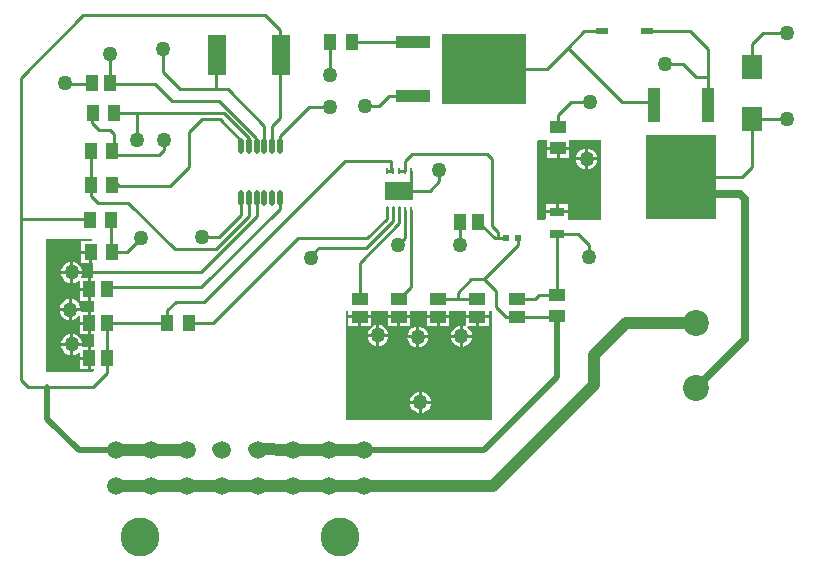
<source format=gtl>
G04*
G04 #@! TF.GenerationSoftware,Altium Limited,Altium Designer,19.0.15 (446)*
G04*
G04 Layer_Physical_Order=1*
G04 Layer_Color=255*
%FSLAX25Y25*%
%MOIN*%
G70*
G01*
G75*
%ADD14C,0.01000*%
%ADD15R,0.28347X0.23819*%
%ADD16R,0.11811X0.03937*%
%ADD17R,0.04134X0.02362*%
%ADD18R,0.05315X0.04331*%
%ADD19R,0.04331X0.05315*%
%ADD20R,0.05118X0.02756*%
%ADD21O,0.01968X0.05315*%
%ADD22R,0.03937X0.05512*%
%ADD23R,0.00984X0.02165*%
%ADD24R,0.09449X0.06299*%
%ADD25R,0.05512X0.03937*%
%ADD26R,0.03937X0.11811*%
%ADD27R,0.23819X0.28347*%
%ADD28R,0.07087X0.08268*%
%ADD29R,0.06299X0.13780*%
%ADD30R,0.02362X0.01968*%
%ADD52C,0.01968*%
%ADD53C,0.03937*%
%ADD54C,0.02500*%
%ADD55C,0.08661*%
%ADD56C,0.05906*%
%ADD57C,0.12992*%
%ADD58C,0.05000*%
G36*
X74103Y119100D02*
X73763Y118618D01*
X70457D01*
Y115461D01*
X73622D01*
Y114961D01*
X74122D01*
Y111303D01*
X74483D01*
X74525Y106719D01*
X74173Y106364D01*
X73722D01*
Y102608D01*
Y98852D01*
X74597D01*
X74628Y95450D01*
X74276Y95095D01*
X73728D01*
Y91339D01*
Y87583D01*
X74700D01*
X74735Y83836D01*
X74383Y83480D01*
X73722D01*
Y79724D01*
Y75969D01*
X74610D01*
X74697Y75598D01*
X74354Y75197D01*
X58661D01*
Y106693D01*
Y119291D01*
X74024D01*
X74103Y119100D01*
D02*
G37*
G36*
X207465Y59055D02*
X158661D01*
Y95323D01*
X159537D01*
Y94004D01*
X163293D01*
X167049D01*
Y95323D01*
X172622D01*
Y94004D01*
X176378D01*
X180134D01*
Y95323D01*
X185730D01*
Y94004D01*
X189486D01*
X193242D01*
Y95323D01*
X198827D01*
Y94004D01*
X202583D01*
X206339D01*
Y95323D01*
X207465D01*
Y59055D01*
D02*
G37*
G36*
X225870Y152228D02*
Y150106D01*
X233185D01*
Y152228D01*
X243701D01*
Y125850D01*
X233063Y125850D01*
X232693Y126165D01*
X232693Y126350D01*
Y128043D01*
X229134D01*
X225575D01*
Y126350D01*
X225205Y125850D01*
X222441D01*
Y151728D01*
X222698Y152228D01*
X225870D01*
D02*
G37*
%LPC*%
G36*
X73122Y114461D02*
X70457D01*
Y111303D01*
X73122D01*
Y114461D01*
D02*
G37*
G36*
X67823Y111732D02*
Y108768D01*
X70787D01*
X70733Y109181D01*
X70380Y110033D01*
X69819Y110764D01*
X69088Y111325D01*
X68237Y111678D01*
X67823Y111732D01*
D02*
G37*
G36*
X66823D02*
X66409Y111678D01*
X65558Y111325D01*
X64827Y110764D01*
X64266Y110033D01*
X63913Y109181D01*
X63858Y108768D01*
X66823D01*
Y111732D01*
D02*
G37*
G36*
Y107768D02*
X63858D01*
X63913Y107354D01*
X64266Y106503D01*
X64827Y105772D01*
X65558Y105210D01*
X66409Y104858D01*
X66823Y104803D01*
Y107768D01*
D02*
G37*
G36*
X70787D02*
X67823D01*
Y104803D01*
X68237Y104858D01*
X69088Y105210D01*
X69754Y105721D01*
X70254Y105601D01*
Y103108D01*
X72722D01*
Y106364D01*
X70864D01*
X70530Y106864D01*
X70733Y107354D01*
X70787Y107768D01*
D02*
G37*
G36*
X72722Y102108D02*
X70254D01*
Y98852D01*
X72722D01*
Y102108D01*
D02*
G37*
G36*
X67323Y99315D02*
Y96350D01*
X70287D01*
X70233Y96764D01*
X69880Y97615D01*
X69319Y98347D01*
X68588Y98908D01*
X67737Y99260D01*
X67323Y99315D01*
D02*
G37*
G36*
X66323D02*
X65909Y99260D01*
X65058Y98908D01*
X64327Y98347D01*
X63766Y97615D01*
X63413Y96764D01*
X63358Y96350D01*
X66323D01*
Y99315D01*
D02*
G37*
G36*
Y95350D02*
X63358D01*
X63413Y94937D01*
X63766Y94085D01*
X64327Y93354D01*
X65058Y92793D01*
X65909Y92440D01*
X66323Y92386D01*
Y95350D01*
D02*
G37*
G36*
X70533D02*
X67323D01*
Y92386D01*
X67737Y92440D01*
X68588Y92793D01*
X69319Y93354D01*
X69760Y93929D01*
X70260Y93759D01*
Y91839D01*
X72728D01*
Y95095D01*
X70758D01*
X70533Y95350D01*
D02*
G37*
G36*
X72728Y90839D02*
X70260D01*
Y87583D01*
X72728D01*
Y90839D01*
D02*
G37*
G36*
X67823Y87716D02*
Y84752D01*
X70787D01*
X70733Y85166D01*
X70380Y86017D01*
X69819Y86748D01*
X69088Y87309D01*
X68237Y87662D01*
X67823Y87716D01*
D02*
G37*
G36*
X66823D02*
X66409Y87662D01*
X65558Y87309D01*
X64827Y86748D01*
X64266Y86017D01*
X63913Y85166D01*
X63858Y84752D01*
X66823D01*
Y87716D01*
D02*
G37*
G36*
Y83752D02*
X63858D01*
X63913Y83338D01*
X64266Y82487D01*
X64827Y81756D01*
X65558Y81195D01*
X66409Y80842D01*
X66823Y80788D01*
Y83752D01*
D02*
G37*
G36*
X70892D02*
X67823D01*
Y80788D01*
X68237Y80842D01*
X69088Y81195D01*
X69754Y81706D01*
X70254Y81585D01*
Y80224D01*
X72722D01*
Y83480D01*
X71131D01*
X70892Y83752D01*
D02*
G37*
G36*
X72722Y79224D02*
X70254D01*
Y75969D01*
X72722D01*
Y79224D01*
D02*
G37*
G36*
X206339Y93004D02*
X203083D01*
Y90535D01*
X206339D01*
Y93004D01*
D02*
G37*
G36*
X193242D02*
X189986D01*
Y90535D01*
X193242D01*
Y93004D01*
D02*
G37*
G36*
X188986D02*
X185730D01*
Y90535D01*
X188986D01*
Y93004D01*
D02*
G37*
G36*
X180134D02*
X176878D01*
Y90535D01*
X180134D01*
Y93004D01*
D02*
G37*
G36*
X175878D02*
X172622D01*
Y90535D01*
X175878D01*
Y93004D01*
D02*
G37*
G36*
X167049D02*
X163793D01*
Y90535D01*
X167049D01*
Y93004D01*
D02*
G37*
G36*
X162793D02*
X159537D01*
Y90535D01*
X162793D01*
Y93004D01*
D02*
G37*
G36*
X202083D02*
X198827D01*
Y90833D01*
X198827Y90682D01*
X198639Y90509D01*
X198158Y90418D01*
X197744Y90472D01*
Y87508D01*
X200709D01*
X200654Y87922D01*
X200301Y88773D01*
X199740Y89504D01*
X199048Y90035D01*
X199047Y90091D01*
X199366Y90535D01*
X202083D01*
Y93004D01*
D02*
G37*
G36*
X169925Y90716D02*
Y87752D01*
X172890D01*
X172835Y88165D01*
X172482Y89017D01*
X171921Y89748D01*
X171190Y90309D01*
X170339Y90662D01*
X169925Y90716D01*
D02*
G37*
G36*
X168925D02*
X168511Y90662D01*
X167660Y90309D01*
X166929Y89748D01*
X166368Y89017D01*
X166015Y88165D01*
X165961Y87752D01*
X168925D01*
Y90716D01*
D02*
G37*
G36*
X196744Y90472D02*
X196330Y90418D01*
X195479Y90065D01*
X194748Y89504D01*
X194187Y88773D01*
X193834Y87922D01*
X193780Y87508D01*
X196744D01*
Y90472D01*
D02*
G37*
G36*
X183177Y90213D02*
Y87248D01*
X186142D01*
X186087Y87662D01*
X185734Y88513D01*
X185173Y89244D01*
X184442Y89805D01*
X183591Y90158D01*
X183177Y90213D01*
D02*
G37*
G36*
X182177D02*
X181764Y90158D01*
X180912Y89805D01*
X180181Y89244D01*
X179620Y88513D01*
X179267Y87662D01*
X179213Y87248D01*
X182177D01*
Y90213D01*
D02*
G37*
G36*
X172890Y86752D02*
X169925D01*
Y83787D01*
X170339Y83842D01*
X171190Y84195D01*
X171921Y84756D01*
X172482Y85487D01*
X172835Y86338D01*
X172890Y86752D01*
D02*
G37*
G36*
X168925D02*
X165961D01*
X166015Y86338D01*
X166368Y85487D01*
X166929Y84756D01*
X167660Y84195D01*
X168511Y83842D01*
X168925Y83787D01*
Y86752D01*
D02*
G37*
G36*
X200709Y86508D02*
X197744D01*
Y83543D01*
X198158Y83598D01*
X199009Y83951D01*
X199740Y84512D01*
X200301Y85243D01*
X200654Y86094D01*
X200709Y86508D01*
D02*
G37*
G36*
X196744D02*
X193780D01*
X193834Y86094D01*
X194187Y85243D01*
X194748Y84512D01*
X195479Y83951D01*
X196330Y83598D01*
X196744Y83543D01*
Y86508D01*
D02*
G37*
G36*
X186142Y86248D02*
X183177D01*
Y83284D01*
X183591Y83338D01*
X184442Y83691D01*
X185173Y84252D01*
X185734Y84983D01*
X186087Y85834D01*
X186142Y86248D01*
D02*
G37*
G36*
X182177D02*
X179213D01*
X179267Y85834D01*
X179620Y84983D01*
X180181Y84252D01*
X180912Y83691D01*
X181764Y83338D01*
X182177Y83284D01*
Y86248D01*
D02*
G37*
G36*
X184091Y68425D02*
Y65461D01*
X187055D01*
X187001Y65874D01*
X186648Y66726D01*
X186087Y67457D01*
X185356Y68018D01*
X184504Y68370D01*
X184091Y68425D01*
D02*
G37*
G36*
X183091D02*
X182677Y68370D01*
X181826Y68018D01*
X181095Y67457D01*
X180534Y66726D01*
X180181Y65874D01*
X180127Y65461D01*
X183091D01*
Y68425D01*
D02*
G37*
G36*
X187055Y64461D02*
X184091D01*
Y61496D01*
X184504Y61551D01*
X185356Y61903D01*
X186087Y62464D01*
X186648Y63196D01*
X187001Y64047D01*
X187055Y64461D01*
D02*
G37*
G36*
X183091D02*
X180127D01*
X180181Y64047D01*
X180534Y63196D01*
X181095Y62464D01*
X181826Y61903D01*
X182677Y61551D01*
X183091Y61496D01*
Y64461D01*
D02*
G37*
G36*
X239476Y149527D02*
Y146563D01*
X242441D01*
X242386Y146977D01*
X242034Y147828D01*
X241473Y148559D01*
X240741Y149120D01*
X239890Y149473D01*
X239476Y149527D01*
D02*
G37*
G36*
X238476D02*
X238063Y149473D01*
X237211Y149120D01*
X236480Y148559D01*
X235919Y147828D01*
X235566Y146977D01*
X235512Y146563D01*
X238476D01*
Y149527D01*
D02*
G37*
G36*
X233185Y149106D02*
X230028D01*
Y146441D01*
X233185D01*
Y149106D01*
D02*
G37*
G36*
X229028D02*
X225870D01*
Y146441D01*
X229028D01*
Y149106D01*
D02*
G37*
G36*
X242441Y145563D02*
X239476D01*
Y142599D01*
X239890Y142653D01*
X240741Y143006D01*
X241473Y143567D01*
X242034Y144298D01*
X242386Y145149D01*
X242441Y145563D01*
D02*
G37*
G36*
X238476D02*
X235512D01*
X235566Y145149D01*
X235919Y144298D01*
X236480Y143567D01*
X237211Y143006D01*
X238063Y142653D01*
X238476Y142599D01*
Y145563D01*
D02*
G37*
G36*
X232693Y130921D02*
X229634D01*
Y129043D01*
X232693D01*
Y130921D01*
D02*
G37*
G36*
X228634D02*
X225575D01*
Y129043D01*
X228634D01*
Y130921D01*
D02*
G37*
%LPD*%
D14*
X291929Y177756D02*
X294094Y179921D01*
X174417Y125392D02*
Y129921D01*
X223031Y100787D02*
X229134D01*
X221654Y99410D02*
X223031Y100787D01*
X215679Y99410D02*
X221654D01*
X204724Y105905D02*
X208661Y101969D01*
X228937Y93504D02*
X229134D01*
X216142Y117323D02*
Y119629D01*
X204724Y105905D02*
X216142Y117323D01*
X200520Y105905D02*
X204724D01*
X196034Y101420D02*
X200520Y105905D01*
X196034Y99410D02*
Y101420D01*
X163293Y111440D02*
X176417Y124564D01*
X163293Y99410D02*
Y111440D01*
X114307Y91339D02*
X142597Y119629D01*
X106299Y90839D02*
X106799Y91339D01*
X106299D02*
X106799D01*
X114307D01*
X172417Y126221D02*
Y129921D01*
X142597Y119629D02*
X165826D01*
X136713Y180709D02*
Y188976D01*
X99213Y91333D02*
Y95591D01*
X101969Y98347D02*
X111339D01*
X79128Y91333D02*
X98719D01*
X99213Y95591D02*
X101969Y98347D01*
X99213Y90839D02*
Y91333D01*
X98719D02*
X99213Y90839D01*
X173622Y141929D02*
Y145276D01*
X136713Y159718D02*
Y180709D01*
X72185Y125984D02*
X73622Y127421D01*
X74213Y158008D02*
Y162047D01*
X79992Y155772D02*
X81299Y154465D01*
X76448Y155772D02*
X79992D01*
X74213Y158008D02*
X76448Y155772D01*
X81299Y150492D02*
Y154465D01*
X98032Y148945D02*
Y152362D01*
X96330Y147244D02*
X98032Y148945D01*
X82402Y147244D02*
X96330D01*
X80911Y148734D02*
X82402Y147244D01*
X88976Y161236D02*
X118059D01*
X82307D02*
X88976D01*
Y152362D02*
Y161236D01*
X306299Y159843D02*
X306693Y159449D01*
X82126Y161417D02*
X82307Y161236D01*
X81496Y162047D02*
X82126Y161417D01*
X81496D02*
X82126D01*
X297828Y188189D02*
X305906D01*
X294094Y184455D02*
X297828Y188189D01*
X294094Y179921D02*
Y184455D01*
X238189Y188583D02*
X243209D01*
X232685Y183079D02*
X238189Y188583D01*
X232685Y183079D02*
X250803Y164961D01*
X233773D02*
X240158D01*
X229528Y160715D02*
X233773Y164961D01*
X229528Y156693D02*
Y160715D01*
X239764Y113293D02*
Y117551D01*
X236252Y121063D02*
X239764Y117551D01*
X229134Y121063D02*
X236252D01*
X50394Y125984D02*
Y173110D01*
Y72441D02*
Y125984D01*
X72185D01*
X80118Y171817D02*
Y181102D01*
X79325Y171024D02*
X80118Y171817D01*
X65197Y171024D02*
X73419D01*
X64961Y171260D02*
X65197Y171024D01*
X115453Y169291D02*
X119462D01*
X131595Y157159D01*
X100787Y165354D02*
X116500D01*
X126291Y150677D02*
X126476Y150492D01*
X126291Y150677D02*
Y153004D01*
X196034Y99410D02*
X202583D01*
X305906Y159449D02*
Y159449D01*
X294094D02*
X305906D01*
X305906D02*
X306299Y159843D01*
X305906Y159449D02*
X306693D01*
X279449Y163976D02*
Y173327D01*
X275492D02*
X279449D01*
X271260Y177559D02*
X275492Y173327D01*
X264961Y177559D02*
X271260D01*
X196788Y117386D02*
X196850Y117323D01*
X196788Y117386D02*
Y125197D01*
X215679Y93504D02*
X228937D01*
X116142Y49291D02*
X117530Y49250D01*
X59055Y70079D02*
X74410D01*
X52756D02*
X59055D01*
X105709Y37087D02*
X117520D01*
X93898D02*
X105709D01*
X117520D02*
X129331D01*
X116142Y49291D02*
X117520Y48898D01*
X294094Y143504D02*
Y159449D01*
X290748Y140157D02*
X294094Y143504D01*
X270472Y140157D02*
X290748D01*
X279449Y173327D02*
Y182677D01*
X273543Y188583D02*
X279449Y182677D01*
X259154Y188583D02*
X273543D01*
X260512Y164961D02*
X261496Y163976D01*
X250803Y164961D02*
X260512D01*
X225669Y176063D02*
X232685Y183079D01*
X204921Y176063D02*
X225669D01*
X169921Y163779D02*
X173228Y167087D01*
X164961Y163779D02*
X169921D01*
X80709Y123622D02*
Y127421D01*
X136713Y153642D02*
X146457Y163386D01*
X136713Y150492D02*
Y153642D01*
X146457Y163386D02*
X153543D01*
X103543Y169291D02*
X115453D01*
X97638Y175197D02*
X103543Y169291D01*
X115453D02*
Y179921D01*
X97638Y175197D02*
Y182677D01*
X173228Y167087D02*
X181102D01*
X160630Y185039D02*
X181102D01*
X180709Y147638D02*
X205732D01*
X178362Y145291D02*
X180709Y147638D01*
X205732D02*
X207425Y145946D01*
X209449Y119629D02*
X212205D01*
X208268D02*
X209449D01*
Y121598D01*
X207425Y123622D02*
X209449Y121598D01*
X207425Y123622D02*
Y145946D01*
X180315Y135433D02*
X186614D01*
X180315D02*
X180354Y135472D01*
Y141929D01*
X189764Y138583D02*
Y142520D01*
X186614Y135433D02*
X189764Y138583D01*
X178362Y141929D02*
Y145291D01*
Y141929D02*
X178386D01*
X176417D02*
X178362D01*
X158268Y145276D02*
X173622D01*
X111339Y98347D02*
X158268Y145276D01*
X172480Y141929D02*
X173622D01*
X208661Y96850D02*
Y101969D01*
Y96850D02*
X212008Y93504D01*
X215679D01*
X189486Y99410D02*
X196034D01*
X228937Y93504D02*
X229134Y93701D01*
X202756Y125141D02*
X208268Y119629D01*
X175984Y117323D02*
X178386Y119724D01*
X180354Y103386D02*
Y129134D01*
X176417Y124564D02*
Y129134D01*
X165826Y119629D02*
X172417Y126221D01*
X178386Y119724D02*
Y129134D01*
X165423Y116398D02*
X174417Y125392D01*
X229134Y100787D02*
Y121063D01*
X229134Y100787D02*
X229134Y100787D01*
X147244Y114035D02*
X149606Y116398D01*
X147244Y112992D02*
Y114035D01*
X176378Y99410D02*
X180354Y103386D01*
X176417Y129134D02*
Y129921D01*
X149606Y116398D02*
X165423D01*
X79128Y79725D02*
Y91333D01*
X50394Y173110D02*
X71260Y193976D01*
X50394Y72441D02*
X52756Y70079D01*
X81299Y138780D02*
X83071Y137008D01*
X106299Y143307D02*
Y155118D01*
X100000Y137008D02*
X106299Y143307D01*
X83071Y137008D02*
X100000D01*
X215354Y100984D02*
X216142Y100197D01*
X79128Y74797D02*
Y79725D01*
X74410Y70079D02*
X79128Y74797D01*
X85827Y114961D02*
X90551Y119685D01*
X80709Y114961D02*
X85827D01*
X202953Y94528D02*
X204331D01*
X110309Y108268D02*
X128961Y126920D01*
X73481Y108268D02*
X110309D01*
X72567Y109181D02*
X73481Y108268D01*
X136638Y129551D02*
Y132972D01*
X110531Y103445D02*
X136638Y129551D01*
X80118Y103445D02*
X110531D01*
X136638Y132972D02*
X136713D01*
X110630Y159449D02*
X116634D01*
X106299Y155118D02*
X110630Y159449D01*
X123917Y127533D02*
Y132972D01*
X116463Y120079D02*
X123917Y127533D01*
X110630Y120079D02*
X116463D01*
X115291Y116079D02*
X126402Y127189D01*
X86221Y131496D02*
X101638Y116079D01*
X115291D01*
X73819Y138780D02*
Y150492D01*
X75984Y131496D02*
X86221D01*
X73825Y133656D02*
X75984Y131496D01*
X128961Y126920D02*
Y132898D01*
X129035Y132972D01*
X126402Y132898D02*
X126476Y132972D01*
X126402Y127189D02*
Y132898D01*
X73825Y133656D02*
Y137292D01*
X80506Y115163D02*
X80709Y114961D01*
X80506Y115163D02*
Y125850D01*
X153543Y174016D02*
Y185039D01*
X80118Y171024D02*
X95118D01*
X100787Y165354D01*
X134153Y150492D02*
Y157159D01*
X136713Y159718D01*
X131595Y150492D02*
Y157159D01*
X131713Y193976D02*
X136713Y188976D01*
X71260Y193976D02*
X131713D01*
X116634Y159449D02*
X123917Y152165D01*
Y150492D02*
Y152165D01*
X118059Y161236D02*
X126291Y153004D01*
X128850Y150677D02*
X129035Y150492D01*
X128850Y150677D02*
Y153004D01*
X116500Y165354D02*
X128850Y153004D01*
D15*
X204921Y176063D02*
D03*
D16*
X181102Y167087D02*
D03*
Y185039D02*
D03*
D17*
X243996Y188583D02*
D03*
X259154D02*
D03*
D18*
X229134Y93701D02*
D03*
Y100787D02*
D03*
X229528Y149606D02*
D03*
Y156693D02*
D03*
D19*
X99213Y91339D02*
D03*
X106299D02*
D03*
X153543Y185039D02*
D03*
X160630D02*
D03*
X80709Y114961D02*
D03*
X73622D02*
D03*
X73419Y125850D02*
D03*
X80506D02*
D03*
X81496Y161417D02*
D03*
X74410D02*
D03*
X80911Y137292D02*
D03*
X73825D02*
D03*
X80911Y148734D02*
D03*
X73825D02*
D03*
D20*
X229134Y121063D02*
D03*
Y128543D02*
D03*
D21*
X123917Y132972D02*
D03*
X126476D02*
D03*
X129035D02*
D03*
X131595D02*
D03*
X134153D02*
D03*
X136713D02*
D03*
X123917Y150492D02*
D03*
X126476D02*
D03*
X129035D02*
D03*
X131595D02*
D03*
X134153D02*
D03*
X136713D02*
D03*
D22*
X74213Y171260D02*
D03*
X80118D02*
D03*
X196788Y125197D02*
D03*
X202693D02*
D03*
X73222Y79725D02*
D03*
X79128D02*
D03*
X73222Y102608D02*
D03*
X79128D02*
D03*
X73228Y91339D02*
D03*
X79134D02*
D03*
D23*
X172480Y129134D02*
D03*
X174449D02*
D03*
X176417D02*
D03*
X178386D02*
D03*
X180354D02*
D03*
Y141929D02*
D03*
X178386D02*
D03*
X176417D02*
D03*
X174449D02*
D03*
X172480D02*
D03*
D24*
X176417Y135433D02*
D03*
D25*
X176378Y93504D02*
D03*
Y99410D02*
D03*
X163293Y93504D02*
D03*
Y99410D02*
D03*
X202583Y93504D02*
D03*
Y99410D02*
D03*
X189486Y93504D02*
D03*
Y99410D02*
D03*
X215679D02*
D03*
Y93504D02*
D03*
D26*
X279449Y163976D02*
D03*
X261496D02*
D03*
D27*
X270472Y140157D02*
D03*
D28*
X294094Y159449D02*
D03*
Y176772D02*
D03*
D29*
X137008Y180709D02*
D03*
X115748D02*
D03*
D30*
X212205Y119629D02*
D03*
X216142D02*
D03*
D52*
X69606Y48898D02*
X82087D01*
X164764D02*
X204803D01*
X59055Y59449D02*
X69606Y48898D01*
X229134Y73228D02*
Y93504D01*
X204803Y48898D02*
X229134Y73228D01*
X59055Y59449D02*
Y70079D01*
D53*
X164764Y37087D02*
X207657D01*
X141142Y37074D02*
X152953Y37087D01*
X129331Y37061D02*
X141142Y37074D01*
X117520Y37048D02*
X129331Y37061D01*
X105709Y37035D02*
X117520Y37048D01*
X93898Y37022D02*
X105709Y37035D01*
X82087Y37009D02*
X93898Y37022D01*
X81102Y37008D02*
X82087Y37009D01*
X241339Y70768D02*
Y80709D01*
X207657Y37087D02*
X241339Y70768D01*
X127953Y49291D02*
X129335Y49277D01*
X116142Y49291D02*
X117520D01*
X152954Y49024D02*
X164764Y48898D01*
X141144Y49150D02*
X152954Y49024D01*
X129335Y49277D02*
X141144Y49150D01*
X129331Y37061D02*
X129331D01*
X105709Y37035D02*
X105709D01*
X82087Y37009D02*
X82087D01*
X241339Y80709D02*
X251969Y91339D01*
X275325D01*
X152953Y37087D02*
X164764D01*
X93898Y48898D02*
X105709D01*
X82087D02*
X93898D01*
D54*
X276378Y134252D02*
X290158D01*
X270472Y140157D02*
X276378Y134252D01*
X290158D02*
X291732Y132677D01*
Y86092D02*
Y132677D01*
X275325Y69685D02*
X291732Y86092D01*
D55*
X275325Y69685D02*
D03*
Y91339D02*
D03*
D56*
X82087Y37087D02*
D03*
X93898D02*
D03*
X105709D02*
D03*
X117520D02*
D03*
X129331D02*
D03*
X141142D02*
D03*
X152953D02*
D03*
X164764D02*
D03*
Y48898D02*
D03*
X152953D02*
D03*
X141142D02*
D03*
X129331D02*
D03*
X117520D02*
D03*
X105709D02*
D03*
X93898D02*
D03*
X82087D02*
D03*
D57*
X90158Y20079D02*
D03*
X156693D02*
D03*
D58*
X183591Y64961D02*
D03*
X80118Y181102D02*
D03*
X64961Y171260D02*
D03*
X305906Y188189D02*
D03*
Y159449D02*
D03*
X264961Y177559D02*
D03*
X239764Y113293D02*
D03*
X240158Y164961D02*
D03*
X164961Y163779D02*
D03*
X153543Y163386D02*
D03*
X97638Y182677D02*
D03*
X189764Y142520D02*
D03*
X238976Y146063D02*
D03*
X196850Y117323D02*
D03*
X175984D02*
D03*
X147244Y112992D02*
D03*
X197244Y87008D02*
D03*
X182677Y86748D02*
D03*
X169425Y87252D02*
D03*
X90551Y119685D02*
D03*
X110630Y120079D02*
D03*
X98032Y152362D02*
D03*
X88976D02*
D03*
X67323Y108268D02*
D03*
Y84252D02*
D03*
X66823Y95850D02*
D03*
X153543Y174016D02*
D03*
M02*

</source>
